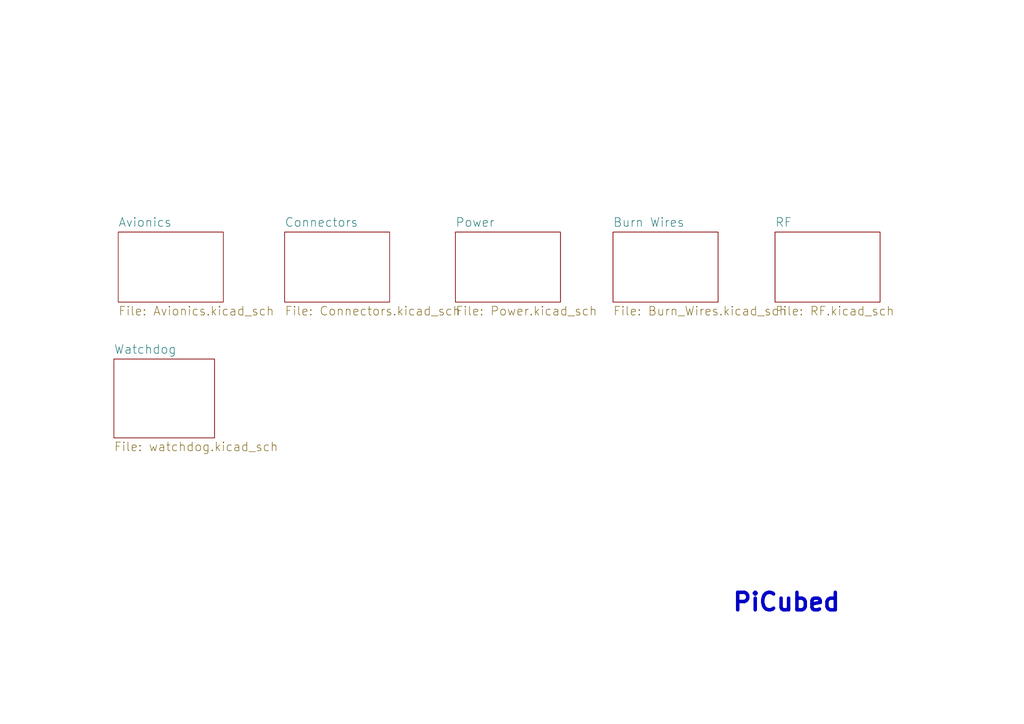
<source format=kicad_sch>
(kicad_sch
	(version 20250114)
	(generator "eeschema")
	(generator_version "9.0")
	(uuid "db20b18b-d25a-428e-8229-70a189e1de75")
	(paper "A4")
	(title_block
		(title "PiCubed Mainboard")
		(date "2025-04-04")
		(rev "6.4")
		(company "Stanford Student Space Initiative")
		(comment 1 "Ethan Brinser")
	)
	(lib_symbols)
	(text "PiCubed"
		(exclude_from_sim no)
		(at 212.09 177.8 0)
		(effects
			(font
				(size 5.08 5.08)
				(thickness 1.016)
				(bold yes)
			)
			(justify left bottom)
		)
		(uuid "7b5099dd-420b-44c2-b627-49f3bf6e2c57")
	)
	(sheet
		(at 34.29 67.31)
		(size 30.48 20.32)
		(exclude_from_sim no)
		(in_bom yes)
		(on_board yes)
		(dnp no)
		(fields_autoplaced yes)
		(stroke
			(width 0)
			(type solid)
		)
		(fill
			(color 0 0 0 0.0000)
		)
		(uuid "00000000-0000-0000-0000-00005cec5a72")
		(property "Sheetname" "Avionics"
			(at 34.29 65.9634 0)
			(effects
				(font
					(size 2.54 2.54)
				)
				(justify left bottom)
			)
		)
		(property "Sheetfile" "Avionics.kicad_sch"
			(at 34.29 88.7226 0)
			(effects
				(font
					(size 2.54 2.54)
				)
				(justify left top)
			)
		)
		(instances
			(project "mainboard"
				(path "/db20b18b-d25a-428e-8229-70a189e1de75"
					(page "2")
				)
			)
		)
	)
	(sheet
		(at 132.08 67.31)
		(size 30.48 20.32)
		(exclude_from_sim no)
		(in_bom yes)
		(on_board yes)
		(dnp no)
		(fields_autoplaced yes)
		(stroke
			(width 0)
			(type solid)
		)
		(fill
			(color 0 0 0 0.0000)
		)
		(uuid "00000000-0000-0000-0000-00005cec5dde")
		(property "Sheetname" "Power"
			(at 132.08 65.9634 0)
			(effects
				(font
					(size 2.54 2.54)
				)
				(justify left bottom)
			)
		)
		(property "Sheetfile" "Power.kicad_sch"
			(at 132.08 88.7226 0)
			(effects
				(font
					(size 2.54 2.54)
				)
				(justify left top)
			)
		)
		(instances
			(project "mainboard"
				(path "/db20b18b-d25a-428e-8229-70a189e1de75"
					(page "5")
				)
			)
		)
	)
	(sheet
		(at 82.55 67.31)
		(size 30.48 20.32)
		(exclude_from_sim no)
		(in_bom yes)
		(on_board yes)
		(dnp no)
		(fields_autoplaced yes)
		(stroke
			(width 0)
			(type solid)
		)
		(fill
			(color 0 0 0 0.0000)
		)
		(uuid "00000000-0000-0000-0000-00005cec60eb")
		(property "Sheetname" "Connectors"
			(at 82.55 65.9634 0)
			(effects
				(font
					(size 2.54 2.54)
				)
				(justify left bottom)
			)
		)
		(property "Sheetfile" "Connectors.kicad_sch"
			(at 82.55 88.7226 0)
			(effects
				(font
					(size 2.54 2.54)
				)
				(justify left top)
			)
		)
		(instances
			(project "mainboard"
				(path "/db20b18b-d25a-428e-8229-70a189e1de75"
					(page "4")
				)
			)
		)
	)
	(sheet
		(at 224.79 67.31)
		(size 30.48 20.32)
		(exclude_from_sim no)
		(in_bom yes)
		(on_board yes)
		(dnp no)
		(fields_autoplaced yes)
		(stroke
			(width 0)
			(type solid)
		)
		(fill
			(color 0 0 0 0.0000)
		)
		(uuid "00000000-0000-0000-0000-00005cec6281")
		(property "Sheetname" "RF"
			(at 224.79 65.9634 0)
			(effects
				(font
					(size 2.54 2.54)
				)
				(justify left bottom)
			)
		)
		(property "Sheetfile" "RF.kicad_sch"
			(at 224.79 88.7226 0)
			(effects
				(font
					(size 2.54 2.54)
				)
				(justify left top)
			)
		)
		(instances
			(project "mainboard"
				(path "/db20b18b-d25a-428e-8229-70a189e1de75"
					(page "7")
				)
			)
		)
	)
	(sheet
		(at 177.8 67.31)
		(size 30.48 20.32)
		(exclude_from_sim no)
		(in_bom yes)
		(on_board yes)
		(dnp no)
		(fields_autoplaced yes)
		(stroke
			(width 0)
			(type solid)
		)
		(fill
			(color 0 0 0 0.0000)
		)
		(uuid "00000000-0000-0000-0000-00005cec6476")
		(property "Sheetname" "Burn Wires"
			(at 177.8 65.9634 0)
			(effects
				(font
					(size 2.54 2.54)
				)
				(justify left bottom)
			)
		)
		(property "Sheetfile" "Burn_Wires.kicad_sch"
			(at 177.8 88.7226 0)
			(effects
				(font
					(size 2.54 2.54)
				)
				(justify left top)
			)
		)
		(instances
			(project "mainboard"
				(path "/db20b18b-d25a-428e-8229-70a189e1de75"
					(page "6")
				)
			)
		)
	)
	(sheet
		(at 33.02 104.14)
		(size 29.21 22.86)
		(exclude_from_sim no)
		(in_bom yes)
		(on_board yes)
		(dnp no)
		(fields_autoplaced yes)
		(stroke
			(width 0.1524)
			(type solid)
		)
		(fill
			(color 0 0 0 0.0000)
		)
		(uuid "a393ea4a-5f4e-4c0f-917f-6d28e91dd546")
		(property "Sheetname" "Watchdog"
			(at 33.02 102.7934 0)
			(effects
				(font
					(size 2.54 2.54)
				)
				(justify left bottom)
			)
		)
		(property "Sheetfile" "watchdog.kicad_sch"
			(at 33.02 128.0926 0)
			(effects
				(font
					(size 2.54 2.54)
				)
				(justify left top)
			)
		)
		(instances
			(project "mainboard"
				(path "/db20b18b-d25a-428e-8229-70a189e1de75"
					(page "7")
				)
			)
		)
	)
	(sheet_instances
		(path "/"
			(page "1")
		)
	)
	(embedded_fonts no)
)

</source>
